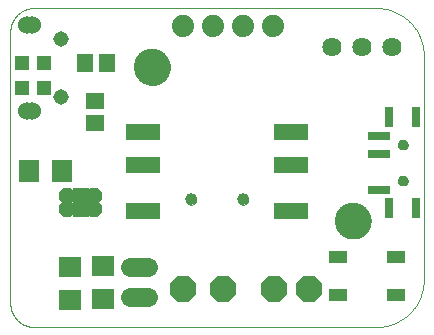
<source format=gts>
G75*
%MOIN*%
%OFA0B0*%
%FSLAX25Y25*%
%IPPOS*%
%LPD*%
%AMOC8*
5,1,8,0,0,1.08239X$1,22.5*
%
%ADD10C,0.00000*%
%ADD11C,0.12211*%
%ADD12R,0.07487X0.06699*%
%ADD13R,0.06699X0.07487*%
%ADD14C,0.06400*%
%ADD15R,0.06306X0.03943*%
%ADD16R,0.05124X0.05124*%
%ADD17OC8,0.08900*%
%ADD18C,0.06400*%
%ADD19R,0.06306X0.05518*%
%ADD20R,0.05518X0.06306*%
%ADD21R,0.07487X0.03156*%
%ADD22R,0.03156X0.07156*%
%ADD23R,0.03156X0.06762*%
%ADD24C,0.03600*%
%ADD25C,0.07400*%
%ADD26OC8,0.05550*%
%ADD27R,0.05550X0.05550*%
%ADD28R,0.11227X0.05518*%
%ADD29C,0.03943*%
%ADD30C,0.06000*%
%ADD31C,0.05156*%
D10*
X0025122Y0017048D02*
X0139295Y0017048D01*
X0139676Y0017053D01*
X0140056Y0017066D01*
X0140436Y0017089D01*
X0140815Y0017122D01*
X0141193Y0017163D01*
X0141570Y0017213D01*
X0141946Y0017273D01*
X0142321Y0017341D01*
X0142693Y0017419D01*
X0143064Y0017506D01*
X0143432Y0017601D01*
X0143798Y0017706D01*
X0144161Y0017819D01*
X0144522Y0017941D01*
X0144879Y0018071D01*
X0145233Y0018211D01*
X0145584Y0018358D01*
X0145931Y0018515D01*
X0146274Y0018679D01*
X0146613Y0018852D01*
X0146948Y0019033D01*
X0147279Y0019222D01*
X0147604Y0019419D01*
X0147925Y0019623D01*
X0148241Y0019836D01*
X0148551Y0020056D01*
X0148857Y0020283D01*
X0149156Y0020518D01*
X0149450Y0020760D01*
X0149738Y0021008D01*
X0150020Y0021264D01*
X0150295Y0021527D01*
X0150564Y0021796D01*
X0150827Y0022071D01*
X0151083Y0022353D01*
X0151331Y0022641D01*
X0151573Y0022935D01*
X0151808Y0023234D01*
X0152035Y0023540D01*
X0152255Y0023850D01*
X0152468Y0024166D01*
X0152672Y0024487D01*
X0152869Y0024812D01*
X0153058Y0025143D01*
X0153239Y0025478D01*
X0153412Y0025817D01*
X0153576Y0026160D01*
X0153733Y0026507D01*
X0153880Y0026858D01*
X0154020Y0027212D01*
X0154150Y0027569D01*
X0154272Y0027930D01*
X0154385Y0028293D01*
X0154490Y0028659D01*
X0154585Y0029027D01*
X0154672Y0029398D01*
X0154750Y0029770D01*
X0154818Y0030145D01*
X0154878Y0030521D01*
X0154928Y0030898D01*
X0154969Y0031276D01*
X0155002Y0031655D01*
X0155025Y0032035D01*
X0155038Y0032415D01*
X0155043Y0032796D01*
X0155043Y0107599D01*
X0155038Y0107980D01*
X0155025Y0108360D01*
X0155002Y0108740D01*
X0154969Y0109119D01*
X0154928Y0109497D01*
X0154878Y0109874D01*
X0154818Y0110250D01*
X0154750Y0110625D01*
X0154672Y0110997D01*
X0154585Y0111368D01*
X0154490Y0111736D01*
X0154385Y0112102D01*
X0154272Y0112465D01*
X0154150Y0112826D01*
X0154020Y0113183D01*
X0153880Y0113537D01*
X0153733Y0113888D01*
X0153576Y0114235D01*
X0153412Y0114578D01*
X0153239Y0114917D01*
X0153058Y0115252D01*
X0152869Y0115583D01*
X0152672Y0115908D01*
X0152468Y0116229D01*
X0152255Y0116545D01*
X0152035Y0116855D01*
X0151808Y0117161D01*
X0151573Y0117460D01*
X0151331Y0117754D01*
X0151083Y0118042D01*
X0150827Y0118324D01*
X0150564Y0118599D01*
X0150295Y0118868D01*
X0150020Y0119131D01*
X0149738Y0119387D01*
X0149450Y0119635D01*
X0149156Y0119877D01*
X0148857Y0120112D01*
X0148551Y0120339D01*
X0148241Y0120559D01*
X0147925Y0120772D01*
X0147604Y0120976D01*
X0147279Y0121173D01*
X0146948Y0121362D01*
X0146613Y0121543D01*
X0146274Y0121716D01*
X0145931Y0121880D01*
X0145584Y0122037D01*
X0145233Y0122184D01*
X0144879Y0122324D01*
X0144522Y0122454D01*
X0144161Y0122576D01*
X0143798Y0122689D01*
X0143432Y0122794D01*
X0143064Y0122889D01*
X0142693Y0122976D01*
X0142321Y0123054D01*
X0141946Y0123122D01*
X0141570Y0123182D01*
X0141193Y0123232D01*
X0140815Y0123273D01*
X0140436Y0123306D01*
X0140056Y0123329D01*
X0139676Y0123342D01*
X0139295Y0123347D01*
X0025122Y0123347D01*
X0024932Y0123345D01*
X0024742Y0123338D01*
X0024552Y0123326D01*
X0024362Y0123310D01*
X0024173Y0123290D01*
X0023984Y0123264D01*
X0023796Y0123235D01*
X0023609Y0123200D01*
X0023423Y0123161D01*
X0023238Y0123118D01*
X0023053Y0123070D01*
X0022870Y0123018D01*
X0022689Y0122962D01*
X0022509Y0122901D01*
X0022330Y0122835D01*
X0022153Y0122766D01*
X0021977Y0122692D01*
X0021804Y0122614D01*
X0021632Y0122531D01*
X0021463Y0122445D01*
X0021295Y0122355D01*
X0021130Y0122260D01*
X0020967Y0122162D01*
X0020807Y0122059D01*
X0020649Y0121953D01*
X0020494Y0121843D01*
X0020341Y0121730D01*
X0020191Y0121612D01*
X0020045Y0121491D01*
X0019901Y0121367D01*
X0019760Y0121239D01*
X0019622Y0121108D01*
X0019487Y0120973D01*
X0019356Y0120835D01*
X0019228Y0120694D01*
X0019104Y0120550D01*
X0018983Y0120404D01*
X0018865Y0120254D01*
X0018752Y0120101D01*
X0018642Y0119946D01*
X0018536Y0119788D01*
X0018433Y0119628D01*
X0018335Y0119465D01*
X0018240Y0119300D01*
X0018150Y0119132D01*
X0018064Y0118963D01*
X0017981Y0118791D01*
X0017903Y0118618D01*
X0017829Y0118442D01*
X0017760Y0118265D01*
X0017694Y0118086D01*
X0017633Y0117906D01*
X0017577Y0117725D01*
X0017525Y0117542D01*
X0017477Y0117357D01*
X0017434Y0117172D01*
X0017395Y0116986D01*
X0017360Y0116799D01*
X0017331Y0116611D01*
X0017305Y0116422D01*
X0017285Y0116233D01*
X0017269Y0116043D01*
X0017257Y0115853D01*
X0017250Y0115663D01*
X0017248Y0115473D01*
X0017248Y0024922D01*
X0017250Y0024732D01*
X0017257Y0024542D01*
X0017269Y0024352D01*
X0017285Y0024162D01*
X0017305Y0023973D01*
X0017331Y0023784D01*
X0017360Y0023596D01*
X0017395Y0023409D01*
X0017434Y0023223D01*
X0017477Y0023038D01*
X0017525Y0022853D01*
X0017577Y0022670D01*
X0017633Y0022489D01*
X0017694Y0022309D01*
X0017760Y0022130D01*
X0017829Y0021953D01*
X0017903Y0021777D01*
X0017981Y0021604D01*
X0018064Y0021432D01*
X0018150Y0021263D01*
X0018240Y0021095D01*
X0018335Y0020930D01*
X0018433Y0020767D01*
X0018536Y0020607D01*
X0018642Y0020449D01*
X0018752Y0020294D01*
X0018865Y0020141D01*
X0018983Y0019991D01*
X0019104Y0019845D01*
X0019228Y0019701D01*
X0019356Y0019560D01*
X0019487Y0019422D01*
X0019622Y0019287D01*
X0019760Y0019156D01*
X0019901Y0019028D01*
X0020045Y0018904D01*
X0020191Y0018783D01*
X0020341Y0018665D01*
X0020494Y0018552D01*
X0020649Y0018442D01*
X0020807Y0018336D01*
X0020967Y0018233D01*
X0021130Y0018135D01*
X0021295Y0018040D01*
X0021463Y0017950D01*
X0021632Y0017864D01*
X0021804Y0017781D01*
X0021977Y0017703D01*
X0022153Y0017629D01*
X0022330Y0017560D01*
X0022509Y0017494D01*
X0022689Y0017433D01*
X0022870Y0017377D01*
X0023053Y0017325D01*
X0023238Y0017277D01*
X0023423Y0017234D01*
X0023609Y0017195D01*
X0023796Y0017160D01*
X0023984Y0017131D01*
X0024173Y0017105D01*
X0024362Y0017085D01*
X0024552Y0017069D01*
X0024742Y0017057D01*
X0024932Y0017050D01*
X0025122Y0017048D01*
X0075712Y0059585D02*
X0075714Y0059669D01*
X0075720Y0059752D01*
X0075730Y0059835D01*
X0075744Y0059918D01*
X0075761Y0060000D01*
X0075783Y0060081D01*
X0075808Y0060160D01*
X0075837Y0060239D01*
X0075870Y0060316D01*
X0075906Y0060391D01*
X0075946Y0060465D01*
X0075989Y0060537D01*
X0076036Y0060606D01*
X0076086Y0060673D01*
X0076139Y0060738D01*
X0076195Y0060800D01*
X0076253Y0060860D01*
X0076315Y0060917D01*
X0076379Y0060970D01*
X0076446Y0061021D01*
X0076515Y0061068D01*
X0076586Y0061113D01*
X0076659Y0061153D01*
X0076734Y0061190D01*
X0076811Y0061224D01*
X0076889Y0061254D01*
X0076968Y0061280D01*
X0077049Y0061303D01*
X0077131Y0061321D01*
X0077213Y0061336D01*
X0077296Y0061347D01*
X0077379Y0061354D01*
X0077463Y0061357D01*
X0077547Y0061356D01*
X0077630Y0061351D01*
X0077714Y0061342D01*
X0077796Y0061329D01*
X0077878Y0061313D01*
X0077959Y0061292D01*
X0078040Y0061268D01*
X0078118Y0061240D01*
X0078196Y0061208D01*
X0078272Y0061172D01*
X0078346Y0061133D01*
X0078418Y0061091D01*
X0078488Y0061045D01*
X0078556Y0060996D01*
X0078621Y0060944D01*
X0078684Y0060889D01*
X0078744Y0060831D01*
X0078802Y0060770D01*
X0078856Y0060706D01*
X0078908Y0060640D01*
X0078956Y0060572D01*
X0079001Y0060501D01*
X0079042Y0060428D01*
X0079081Y0060354D01*
X0079115Y0060278D01*
X0079146Y0060200D01*
X0079173Y0060121D01*
X0079197Y0060040D01*
X0079216Y0059959D01*
X0079232Y0059877D01*
X0079244Y0059794D01*
X0079252Y0059710D01*
X0079256Y0059627D01*
X0079256Y0059543D01*
X0079252Y0059460D01*
X0079244Y0059376D01*
X0079232Y0059293D01*
X0079216Y0059211D01*
X0079197Y0059130D01*
X0079173Y0059049D01*
X0079146Y0058970D01*
X0079115Y0058892D01*
X0079081Y0058816D01*
X0079042Y0058742D01*
X0079001Y0058669D01*
X0078956Y0058598D01*
X0078908Y0058530D01*
X0078856Y0058464D01*
X0078802Y0058400D01*
X0078744Y0058339D01*
X0078684Y0058281D01*
X0078621Y0058226D01*
X0078556Y0058174D01*
X0078488Y0058125D01*
X0078418Y0058079D01*
X0078346Y0058037D01*
X0078272Y0057998D01*
X0078196Y0057962D01*
X0078118Y0057930D01*
X0078040Y0057902D01*
X0077959Y0057878D01*
X0077878Y0057857D01*
X0077796Y0057841D01*
X0077714Y0057828D01*
X0077630Y0057819D01*
X0077547Y0057814D01*
X0077463Y0057813D01*
X0077379Y0057816D01*
X0077296Y0057823D01*
X0077213Y0057834D01*
X0077131Y0057849D01*
X0077049Y0057867D01*
X0076968Y0057890D01*
X0076889Y0057916D01*
X0076811Y0057946D01*
X0076734Y0057980D01*
X0076659Y0058017D01*
X0076586Y0058057D01*
X0076515Y0058102D01*
X0076446Y0058149D01*
X0076379Y0058200D01*
X0076315Y0058253D01*
X0076253Y0058310D01*
X0076195Y0058370D01*
X0076139Y0058432D01*
X0076086Y0058497D01*
X0076036Y0058564D01*
X0075989Y0058633D01*
X0075946Y0058705D01*
X0075906Y0058779D01*
X0075870Y0058854D01*
X0075837Y0058931D01*
X0075808Y0059010D01*
X0075783Y0059089D01*
X0075761Y0059170D01*
X0075744Y0059252D01*
X0075730Y0059335D01*
X0075720Y0059418D01*
X0075714Y0059501D01*
X0075712Y0059585D01*
X0093035Y0059587D02*
X0093037Y0059671D01*
X0093043Y0059754D01*
X0093053Y0059837D01*
X0093067Y0059920D01*
X0093084Y0060002D01*
X0093106Y0060083D01*
X0093131Y0060162D01*
X0093160Y0060241D01*
X0093193Y0060318D01*
X0093229Y0060393D01*
X0093269Y0060467D01*
X0093312Y0060539D01*
X0093359Y0060608D01*
X0093409Y0060675D01*
X0093462Y0060740D01*
X0093518Y0060802D01*
X0093576Y0060862D01*
X0093638Y0060919D01*
X0093702Y0060972D01*
X0093769Y0061023D01*
X0093838Y0061070D01*
X0093909Y0061115D01*
X0093982Y0061155D01*
X0094057Y0061192D01*
X0094134Y0061226D01*
X0094212Y0061256D01*
X0094291Y0061282D01*
X0094372Y0061305D01*
X0094454Y0061323D01*
X0094536Y0061338D01*
X0094619Y0061349D01*
X0094702Y0061356D01*
X0094786Y0061359D01*
X0094870Y0061358D01*
X0094953Y0061353D01*
X0095037Y0061344D01*
X0095119Y0061331D01*
X0095201Y0061315D01*
X0095282Y0061294D01*
X0095363Y0061270D01*
X0095441Y0061242D01*
X0095519Y0061210D01*
X0095595Y0061174D01*
X0095669Y0061135D01*
X0095741Y0061093D01*
X0095811Y0061047D01*
X0095879Y0060998D01*
X0095944Y0060946D01*
X0096007Y0060891D01*
X0096067Y0060833D01*
X0096125Y0060772D01*
X0096179Y0060708D01*
X0096231Y0060642D01*
X0096279Y0060574D01*
X0096324Y0060503D01*
X0096365Y0060430D01*
X0096404Y0060356D01*
X0096438Y0060280D01*
X0096469Y0060202D01*
X0096496Y0060123D01*
X0096520Y0060042D01*
X0096539Y0059961D01*
X0096555Y0059879D01*
X0096567Y0059796D01*
X0096575Y0059712D01*
X0096579Y0059629D01*
X0096579Y0059545D01*
X0096575Y0059462D01*
X0096567Y0059378D01*
X0096555Y0059295D01*
X0096539Y0059213D01*
X0096520Y0059132D01*
X0096496Y0059051D01*
X0096469Y0058972D01*
X0096438Y0058894D01*
X0096404Y0058818D01*
X0096365Y0058744D01*
X0096324Y0058671D01*
X0096279Y0058600D01*
X0096231Y0058532D01*
X0096179Y0058466D01*
X0096125Y0058402D01*
X0096067Y0058341D01*
X0096007Y0058283D01*
X0095944Y0058228D01*
X0095879Y0058176D01*
X0095811Y0058127D01*
X0095741Y0058081D01*
X0095669Y0058039D01*
X0095595Y0058000D01*
X0095519Y0057964D01*
X0095441Y0057932D01*
X0095363Y0057904D01*
X0095282Y0057880D01*
X0095201Y0057859D01*
X0095119Y0057843D01*
X0095037Y0057830D01*
X0094953Y0057821D01*
X0094870Y0057816D01*
X0094786Y0057815D01*
X0094702Y0057818D01*
X0094619Y0057825D01*
X0094536Y0057836D01*
X0094454Y0057851D01*
X0094372Y0057869D01*
X0094291Y0057892D01*
X0094212Y0057918D01*
X0094134Y0057948D01*
X0094057Y0057982D01*
X0093982Y0058019D01*
X0093909Y0058059D01*
X0093838Y0058104D01*
X0093769Y0058151D01*
X0093702Y0058202D01*
X0093638Y0058255D01*
X0093576Y0058312D01*
X0093518Y0058372D01*
X0093462Y0058434D01*
X0093409Y0058499D01*
X0093359Y0058566D01*
X0093312Y0058635D01*
X0093269Y0058707D01*
X0093229Y0058781D01*
X0093193Y0058856D01*
X0093160Y0058933D01*
X0093131Y0059012D01*
X0093106Y0059091D01*
X0093084Y0059172D01*
X0093067Y0059254D01*
X0093053Y0059337D01*
X0093043Y0059420D01*
X0093037Y0059503D01*
X0093035Y0059587D01*
X0125515Y0052481D02*
X0125517Y0052634D01*
X0125523Y0052788D01*
X0125533Y0052941D01*
X0125547Y0053093D01*
X0125565Y0053246D01*
X0125587Y0053397D01*
X0125612Y0053548D01*
X0125642Y0053699D01*
X0125676Y0053849D01*
X0125713Y0053997D01*
X0125754Y0054145D01*
X0125799Y0054291D01*
X0125848Y0054437D01*
X0125901Y0054581D01*
X0125957Y0054723D01*
X0126017Y0054864D01*
X0126081Y0055004D01*
X0126148Y0055142D01*
X0126219Y0055278D01*
X0126294Y0055412D01*
X0126371Y0055544D01*
X0126453Y0055674D01*
X0126537Y0055802D01*
X0126625Y0055928D01*
X0126716Y0056051D01*
X0126810Y0056172D01*
X0126908Y0056290D01*
X0127008Y0056406D01*
X0127112Y0056519D01*
X0127218Y0056630D01*
X0127327Y0056738D01*
X0127439Y0056843D01*
X0127553Y0056944D01*
X0127671Y0057043D01*
X0127790Y0057139D01*
X0127912Y0057232D01*
X0128037Y0057321D01*
X0128164Y0057408D01*
X0128293Y0057490D01*
X0128424Y0057570D01*
X0128557Y0057646D01*
X0128692Y0057719D01*
X0128829Y0057788D01*
X0128968Y0057853D01*
X0129108Y0057915D01*
X0129250Y0057973D01*
X0129393Y0058028D01*
X0129538Y0058079D01*
X0129684Y0058126D01*
X0129831Y0058169D01*
X0129979Y0058208D01*
X0130128Y0058244D01*
X0130278Y0058275D01*
X0130429Y0058303D01*
X0130580Y0058327D01*
X0130733Y0058347D01*
X0130885Y0058363D01*
X0131038Y0058375D01*
X0131191Y0058383D01*
X0131344Y0058387D01*
X0131498Y0058387D01*
X0131651Y0058383D01*
X0131804Y0058375D01*
X0131957Y0058363D01*
X0132109Y0058347D01*
X0132262Y0058327D01*
X0132413Y0058303D01*
X0132564Y0058275D01*
X0132714Y0058244D01*
X0132863Y0058208D01*
X0133011Y0058169D01*
X0133158Y0058126D01*
X0133304Y0058079D01*
X0133449Y0058028D01*
X0133592Y0057973D01*
X0133734Y0057915D01*
X0133874Y0057853D01*
X0134013Y0057788D01*
X0134150Y0057719D01*
X0134285Y0057646D01*
X0134418Y0057570D01*
X0134549Y0057490D01*
X0134678Y0057408D01*
X0134805Y0057321D01*
X0134930Y0057232D01*
X0135052Y0057139D01*
X0135171Y0057043D01*
X0135289Y0056944D01*
X0135403Y0056843D01*
X0135515Y0056738D01*
X0135624Y0056630D01*
X0135730Y0056519D01*
X0135834Y0056406D01*
X0135934Y0056290D01*
X0136032Y0056172D01*
X0136126Y0056051D01*
X0136217Y0055928D01*
X0136305Y0055802D01*
X0136389Y0055674D01*
X0136471Y0055544D01*
X0136548Y0055412D01*
X0136623Y0055278D01*
X0136694Y0055142D01*
X0136761Y0055004D01*
X0136825Y0054864D01*
X0136885Y0054723D01*
X0136941Y0054581D01*
X0136994Y0054437D01*
X0137043Y0054291D01*
X0137088Y0054145D01*
X0137129Y0053997D01*
X0137166Y0053849D01*
X0137200Y0053699D01*
X0137230Y0053548D01*
X0137255Y0053397D01*
X0137277Y0053246D01*
X0137295Y0053093D01*
X0137309Y0052941D01*
X0137319Y0052788D01*
X0137325Y0052634D01*
X0137327Y0052481D01*
X0137325Y0052328D01*
X0137319Y0052174D01*
X0137309Y0052021D01*
X0137295Y0051869D01*
X0137277Y0051716D01*
X0137255Y0051565D01*
X0137230Y0051414D01*
X0137200Y0051263D01*
X0137166Y0051113D01*
X0137129Y0050965D01*
X0137088Y0050817D01*
X0137043Y0050671D01*
X0136994Y0050525D01*
X0136941Y0050381D01*
X0136885Y0050239D01*
X0136825Y0050098D01*
X0136761Y0049958D01*
X0136694Y0049820D01*
X0136623Y0049684D01*
X0136548Y0049550D01*
X0136471Y0049418D01*
X0136389Y0049288D01*
X0136305Y0049160D01*
X0136217Y0049034D01*
X0136126Y0048911D01*
X0136032Y0048790D01*
X0135934Y0048672D01*
X0135834Y0048556D01*
X0135730Y0048443D01*
X0135624Y0048332D01*
X0135515Y0048224D01*
X0135403Y0048119D01*
X0135289Y0048018D01*
X0135171Y0047919D01*
X0135052Y0047823D01*
X0134930Y0047730D01*
X0134805Y0047641D01*
X0134678Y0047554D01*
X0134549Y0047472D01*
X0134418Y0047392D01*
X0134285Y0047316D01*
X0134150Y0047243D01*
X0134013Y0047174D01*
X0133874Y0047109D01*
X0133734Y0047047D01*
X0133592Y0046989D01*
X0133449Y0046934D01*
X0133304Y0046883D01*
X0133158Y0046836D01*
X0133011Y0046793D01*
X0132863Y0046754D01*
X0132714Y0046718D01*
X0132564Y0046687D01*
X0132413Y0046659D01*
X0132262Y0046635D01*
X0132109Y0046615D01*
X0131957Y0046599D01*
X0131804Y0046587D01*
X0131651Y0046579D01*
X0131498Y0046575D01*
X0131344Y0046575D01*
X0131191Y0046579D01*
X0131038Y0046587D01*
X0130885Y0046599D01*
X0130733Y0046615D01*
X0130580Y0046635D01*
X0130429Y0046659D01*
X0130278Y0046687D01*
X0130128Y0046718D01*
X0129979Y0046754D01*
X0129831Y0046793D01*
X0129684Y0046836D01*
X0129538Y0046883D01*
X0129393Y0046934D01*
X0129250Y0046989D01*
X0129108Y0047047D01*
X0128968Y0047109D01*
X0128829Y0047174D01*
X0128692Y0047243D01*
X0128557Y0047316D01*
X0128424Y0047392D01*
X0128293Y0047472D01*
X0128164Y0047554D01*
X0128037Y0047641D01*
X0127912Y0047730D01*
X0127790Y0047823D01*
X0127671Y0047919D01*
X0127553Y0048018D01*
X0127439Y0048119D01*
X0127327Y0048224D01*
X0127218Y0048332D01*
X0127112Y0048443D01*
X0127008Y0048556D01*
X0126908Y0048672D01*
X0126810Y0048790D01*
X0126716Y0048911D01*
X0126625Y0049034D01*
X0126537Y0049160D01*
X0126453Y0049288D01*
X0126371Y0049418D01*
X0126294Y0049550D01*
X0126219Y0049684D01*
X0126148Y0049820D01*
X0126081Y0049958D01*
X0126017Y0050098D01*
X0125957Y0050239D01*
X0125901Y0050381D01*
X0125848Y0050525D01*
X0125799Y0050671D01*
X0125754Y0050817D01*
X0125713Y0050965D01*
X0125676Y0051113D01*
X0125642Y0051263D01*
X0125612Y0051414D01*
X0125587Y0051565D01*
X0125565Y0051716D01*
X0125547Y0051869D01*
X0125533Y0052021D01*
X0125523Y0052174D01*
X0125517Y0052328D01*
X0125515Y0052481D01*
X0146475Y0065851D02*
X0146477Y0065931D01*
X0146483Y0066010D01*
X0146493Y0066089D01*
X0146507Y0066168D01*
X0146524Y0066246D01*
X0146546Y0066323D01*
X0146571Y0066398D01*
X0146601Y0066472D01*
X0146633Y0066545D01*
X0146670Y0066616D01*
X0146710Y0066685D01*
X0146753Y0066752D01*
X0146800Y0066817D01*
X0146849Y0066879D01*
X0146902Y0066939D01*
X0146958Y0066996D01*
X0147016Y0067051D01*
X0147077Y0067102D01*
X0147141Y0067150D01*
X0147207Y0067195D01*
X0147275Y0067237D01*
X0147345Y0067275D01*
X0147417Y0067309D01*
X0147490Y0067340D01*
X0147565Y0067368D01*
X0147642Y0067391D01*
X0147719Y0067411D01*
X0147797Y0067427D01*
X0147876Y0067439D01*
X0147955Y0067447D01*
X0148035Y0067451D01*
X0148115Y0067451D01*
X0148195Y0067447D01*
X0148274Y0067439D01*
X0148353Y0067427D01*
X0148431Y0067411D01*
X0148508Y0067391D01*
X0148585Y0067368D01*
X0148660Y0067340D01*
X0148733Y0067309D01*
X0148805Y0067275D01*
X0148875Y0067237D01*
X0148943Y0067195D01*
X0149009Y0067150D01*
X0149073Y0067102D01*
X0149134Y0067051D01*
X0149192Y0066996D01*
X0149248Y0066939D01*
X0149301Y0066879D01*
X0149350Y0066817D01*
X0149397Y0066752D01*
X0149440Y0066685D01*
X0149480Y0066616D01*
X0149517Y0066545D01*
X0149549Y0066472D01*
X0149579Y0066398D01*
X0149604Y0066323D01*
X0149626Y0066246D01*
X0149643Y0066168D01*
X0149657Y0066089D01*
X0149667Y0066010D01*
X0149673Y0065931D01*
X0149675Y0065851D01*
X0149673Y0065771D01*
X0149667Y0065692D01*
X0149657Y0065613D01*
X0149643Y0065534D01*
X0149626Y0065456D01*
X0149604Y0065379D01*
X0149579Y0065304D01*
X0149549Y0065230D01*
X0149517Y0065157D01*
X0149480Y0065086D01*
X0149440Y0065017D01*
X0149397Y0064950D01*
X0149350Y0064885D01*
X0149301Y0064823D01*
X0149248Y0064763D01*
X0149192Y0064706D01*
X0149134Y0064651D01*
X0149073Y0064600D01*
X0149009Y0064552D01*
X0148943Y0064507D01*
X0148875Y0064465D01*
X0148805Y0064427D01*
X0148733Y0064393D01*
X0148660Y0064362D01*
X0148585Y0064334D01*
X0148508Y0064311D01*
X0148431Y0064291D01*
X0148353Y0064275D01*
X0148274Y0064263D01*
X0148195Y0064255D01*
X0148115Y0064251D01*
X0148035Y0064251D01*
X0147955Y0064255D01*
X0147876Y0064263D01*
X0147797Y0064275D01*
X0147719Y0064291D01*
X0147642Y0064311D01*
X0147565Y0064334D01*
X0147490Y0064362D01*
X0147417Y0064393D01*
X0147345Y0064427D01*
X0147275Y0064465D01*
X0147207Y0064507D01*
X0147141Y0064552D01*
X0147077Y0064600D01*
X0147016Y0064651D01*
X0146958Y0064706D01*
X0146902Y0064763D01*
X0146849Y0064823D01*
X0146800Y0064885D01*
X0146753Y0064950D01*
X0146710Y0065017D01*
X0146670Y0065086D01*
X0146633Y0065157D01*
X0146601Y0065230D01*
X0146571Y0065304D01*
X0146546Y0065379D01*
X0146524Y0065456D01*
X0146507Y0065534D01*
X0146493Y0065613D01*
X0146483Y0065692D01*
X0146477Y0065771D01*
X0146475Y0065851D01*
X0146475Y0077851D02*
X0146477Y0077931D01*
X0146483Y0078010D01*
X0146493Y0078089D01*
X0146507Y0078168D01*
X0146524Y0078246D01*
X0146546Y0078323D01*
X0146571Y0078398D01*
X0146601Y0078472D01*
X0146633Y0078545D01*
X0146670Y0078616D01*
X0146710Y0078685D01*
X0146753Y0078752D01*
X0146800Y0078817D01*
X0146849Y0078879D01*
X0146902Y0078939D01*
X0146958Y0078996D01*
X0147016Y0079051D01*
X0147077Y0079102D01*
X0147141Y0079150D01*
X0147207Y0079195D01*
X0147275Y0079237D01*
X0147345Y0079275D01*
X0147417Y0079309D01*
X0147490Y0079340D01*
X0147565Y0079368D01*
X0147642Y0079391D01*
X0147719Y0079411D01*
X0147797Y0079427D01*
X0147876Y0079439D01*
X0147955Y0079447D01*
X0148035Y0079451D01*
X0148115Y0079451D01*
X0148195Y0079447D01*
X0148274Y0079439D01*
X0148353Y0079427D01*
X0148431Y0079411D01*
X0148508Y0079391D01*
X0148585Y0079368D01*
X0148660Y0079340D01*
X0148733Y0079309D01*
X0148805Y0079275D01*
X0148875Y0079237D01*
X0148943Y0079195D01*
X0149009Y0079150D01*
X0149073Y0079102D01*
X0149134Y0079051D01*
X0149192Y0078996D01*
X0149248Y0078939D01*
X0149301Y0078879D01*
X0149350Y0078817D01*
X0149397Y0078752D01*
X0149440Y0078685D01*
X0149480Y0078616D01*
X0149517Y0078545D01*
X0149549Y0078472D01*
X0149579Y0078398D01*
X0149604Y0078323D01*
X0149626Y0078246D01*
X0149643Y0078168D01*
X0149657Y0078089D01*
X0149667Y0078010D01*
X0149673Y0077931D01*
X0149675Y0077851D01*
X0149673Y0077771D01*
X0149667Y0077692D01*
X0149657Y0077613D01*
X0149643Y0077534D01*
X0149626Y0077456D01*
X0149604Y0077379D01*
X0149579Y0077304D01*
X0149549Y0077230D01*
X0149517Y0077157D01*
X0149480Y0077086D01*
X0149440Y0077017D01*
X0149397Y0076950D01*
X0149350Y0076885D01*
X0149301Y0076823D01*
X0149248Y0076763D01*
X0149192Y0076706D01*
X0149134Y0076651D01*
X0149073Y0076600D01*
X0149009Y0076552D01*
X0148943Y0076507D01*
X0148875Y0076465D01*
X0148805Y0076427D01*
X0148733Y0076393D01*
X0148660Y0076362D01*
X0148585Y0076334D01*
X0148508Y0076311D01*
X0148431Y0076291D01*
X0148353Y0076275D01*
X0148274Y0076263D01*
X0148195Y0076255D01*
X0148115Y0076251D01*
X0148035Y0076251D01*
X0147955Y0076255D01*
X0147876Y0076263D01*
X0147797Y0076275D01*
X0147719Y0076291D01*
X0147642Y0076311D01*
X0147565Y0076334D01*
X0147490Y0076362D01*
X0147417Y0076393D01*
X0147345Y0076427D01*
X0147275Y0076465D01*
X0147207Y0076507D01*
X0147141Y0076552D01*
X0147077Y0076600D01*
X0147016Y0076651D01*
X0146958Y0076706D01*
X0146902Y0076763D01*
X0146849Y0076823D01*
X0146800Y0076885D01*
X0146753Y0076950D01*
X0146710Y0077017D01*
X0146670Y0077086D01*
X0146633Y0077157D01*
X0146601Y0077230D01*
X0146571Y0077304D01*
X0146546Y0077379D01*
X0146524Y0077456D01*
X0146507Y0077534D01*
X0146493Y0077613D01*
X0146483Y0077692D01*
X0146477Y0077771D01*
X0146475Y0077851D01*
X0058586Y0103662D02*
X0058588Y0103815D01*
X0058594Y0103969D01*
X0058604Y0104122D01*
X0058618Y0104274D01*
X0058636Y0104427D01*
X0058658Y0104578D01*
X0058683Y0104729D01*
X0058713Y0104880D01*
X0058747Y0105030D01*
X0058784Y0105178D01*
X0058825Y0105326D01*
X0058870Y0105472D01*
X0058919Y0105618D01*
X0058972Y0105762D01*
X0059028Y0105904D01*
X0059088Y0106045D01*
X0059152Y0106185D01*
X0059219Y0106323D01*
X0059290Y0106459D01*
X0059365Y0106593D01*
X0059442Y0106725D01*
X0059524Y0106855D01*
X0059608Y0106983D01*
X0059696Y0107109D01*
X0059787Y0107232D01*
X0059881Y0107353D01*
X0059979Y0107471D01*
X0060079Y0107587D01*
X0060183Y0107700D01*
X0060289Y0107811D01*
X0060398Y0107919D01*
X0060510Y0108024D01*
X0060624Y0108125D01*
X0060742Y0108224D01*
X0060861Y0108320D01*
X0060983Y0108413D01*
X0061108Y0108502D01*
X0061235Y0108589D01*
X0061364Y0108671D01*
X0061495Y0108751D01*
X0061628Y0108827D01*
X0061763Y0108900D01*
X0061900Y0108969D01*
X0062039Y0109034D01*
X0062179Y0109096D01*
X0062321Y0109154D01*
X0062464Y0109209D01*
X0062609Y0109260D01*
X0062755Y0109307D01*
X0062902Y0109350D01*
X0063050Y0109389D01*
X0063199Y0109425D01*
X0063349Y0109456D01*
X0063500Y0109484D01*
X0063651Y0109508D01*
X0063804Y0109528D01*
X0063956Y0109544D01*
X0064109Y0109556D01*
X0064262Y0109564D01*
X0064415Y0109568D01*
X0064569Y0109568D01*
X0064722Y0109564D01*
X0064875Y0109556D01*
X0065028Y0109544D01*
X0065180Y0109528D01*
X0065333Y0109508D01*
X0065484Y0109484D01*
X0065635Y0109456D01*
X0065785Y0109425D01*
X0065934Y0109389D01*
X0066082Y0109350D01*
X0066229Y0109307D01*
X0066375Y0109260D01*
X0066520Y0109209D01*
X0066663Y0109154D01*
X0066805Y0109096D01*
X0066945Y0109034D01*
X0067084Y0108969D01*
X0067221Y0108900D01*
X0067356Y0108827D01*
X0067489Y0108751D01*
X0067620Y0108671D01*
X0067749Y0108589D01*
X0067876Y0108502D01*
X0068001Y0108413D01*
X0068123Y0108320D01*
X0068242Y0108224D01*
X0068360Y0108125D01*
X0068474Y0108024D01*
X0068586Y0107919D01*
X0068695Y0107811D01*
X0068801Y0107700D01*
X0068905Y0107587D01*
X0069005Y0107471D01*
X0069103Y0107353D01*
X0069197Y0107232D01*
X0069288Y0107109D01*
X0069376Y0106983D01*
X0069460Y0106855D01*
X0069542Y0106725D01*
X0069619Y0106593D01*
X0069694Y0106459D01*
X0069765Y0106323D01*
X0069832Y0106185D01*
X0069896Y0106045D01*
X0069956Y0105904D01*
X0070012Y0105762D01*
X0070065Y0105618D01*
X0070114Y0105472D01*
X0070159Y0105326D01*
X0070200Y0105178D01*
X0070237Y0105030D01*
X0070271Y0104880D01*
X0070301Y0104729D01*
X0070326Y0104578D01*
X0070348Y0104427D01*
X0070366Y0104274D01*
X0070380Y0104122D01*
X0070390Y0103969D01*
X0070396Y0103815D01*
X0070398Y0103662D01*
X0070396Y0103509D01*
X0070390Y0103355D01*
X0070380Y0103202D01*
X0070366Y0103050D01*
X0070348Y0102897D01*
X0070326Y0102746D01*
X0070301Y0102595D01*
X0070271Y0102444D01*
X0070237Y0102294D01*
X0070200Y0102146D01*
X0070159Y0101998D01*
X0070114Y0101852D01*
X0070065Y0101706D01*
X0070012Y0101562D01*
X0069956Y0101420D01*
X0069896Y0101279D01*
X0069832Y0101139D01*
X0069765Y0101001D01*
X0069694Y0100865D01*
X0069619Y0100731D01*
X0069542Y0100599D01*
X0069460Y0100469D01*
X0069376Y0100341D01*
X0069288Y0100215D01*
X0069197Y0100092D01*
X0069103Y0099971D01*
X0069005Y0099853D01*
X0068905Y0099737D01*
X0068801Y0099624D01*
X0068695Y0099513D01*
X0068586Y0099405D01*
X0068474Y0099300D01*
X0068360Y0099199D01*
X0068242Y0099100D01*
X0068123Y0099004D01*
X0068001Y0098911D01*
X0067876Y0098822D01*
X0067749Y0098735D01*
X0067620Y0098653D01*
X0067489Y0098573D01*
X0067356Y0098497D01*
X0067221Y0098424D01*
X0067084Y0098355D01*
X0066945Y0098290D01*
X0066805Y0098228D01*
X0066663Y0098170D01*
X0066520Y0098115D01*
X0066375Y0098064D01*
X0066229Y0098017D01*
X0066082Y0097974D01*
X0065934Y0097935D01*
X0065785Y0097899D01*
X0065635Y0097868D01*
X0065484Y0097840D01*
X0065333Y0097816D01*
X0065180Y0097796D01*
X0065028Y0097780D01*
X0064875Y0097768D01*
X0064722Y0097760D01*
X0064569Y0097756D01*
X0064415Y0097756D01*
X0064262Y0097760D01*
X0064109Y0097768D01*
X0063956Y0097780D01*
X0063804Y0097796D01*
X0063651Y0097816D01*
X0063500Y0097840D01*
X0063349Y0097868D01*
X0063199Y0097899D01*
X0063050Y0097935D01*
X0062902Y0097974D01*
X0062755Y0098017D01*
X0062609Y0098064D01*
X0062464Y0098115D01*
X0062321Y0098170D01*
X0062179Y0098228D01*
X0062039Y0098290D01*
X0061900Y0098355D01*
X0061763Y0098424D01*
X0061628Y0098497D01*
X0061495Y0098573D01*
X0061364Y0098653D01*
X0061235Y0098735D01*
X0061108Y0098822D01*
X0060983Y0098911D01*
X0060861Y0099004D01*
X0060742Y0099100D01*
X0060624Y0099199D01*
X0060510Y0099300D01*
X0060398Y0099405D01*
X0060289Y0099513D01*
X0060183Y0099624D01*
X0060079Y0099737D01*
X0059979Y0099853D01*
X0059881Y0099971D01*
X0059787Y0100092D01*
X0059696Y0100215D01*
X0059608Y0100341D01*
X0059524Y0100469D01*
X0059442Y0100599D01*
X0059365Y0100731D01*
X0059290Y0100865D01*
X0059219Y0101001D01*
X0059152Y0101139D01*
X0059088Y0101279D01*
X0059028Y0101420D01*
X0058972Y0101562D01*
X0058919Y0101706D01*
X0058870Y0101852D01*
X0058825Y0101998D01*
X0058784Y0102146D01*
X0058747Y0102294D01*
X0058713Y0102444D01*
X0058683Y0102595D01*
X0058658Y0102746D01*
X0058636Y0102897D01*
X0058618Y0103050D01*
X0058604Y0103202D01*
X0058594Y0103355D01*
X0058588Y0103509D01*
X0058586Y0103662D01*
D11*
X0064492Y0103662D03*
X0131421Y0052481D03*
D12*
X0048075Y0037324D03*
X0037299Y0037016D03*
X0037299Y0025993D03*
X0048075Y0026300D03*
D13*
X0034374Y0069135D03*
X0023350Y0069135D03*
D14*
X0057122Y0036930D02*
X0063122Y0036930D01*
X0063122Y0026930D02*
X0057122Y0026930D01*
D15*
X0126382Y0027560D03*
X0126382Y0040552D03*
X0145673Y0040552D03*
X0145673Y0027560D03*
D16*
X0028350Y0096772D03*
X0021264Y0096772D03*
X0021264Y0105040D03*
X0028350Y0105040D03*
D17*
X0074846Y0029883D03*
X0088035Y0029883D03*
X0105161Y0029883D03*
X0116776Y0029883D03*
D18*
X0124492Y0110513D03*
X0134492Y0110513D03*
X0144492Y0110513D03*
D19*
X0045476Y0092442D03*
X0045476Y0084961D03*
D20*
X0042091Y0105158D03*
X0049571Y0105158D03*
D21*
X0140287Y0080851D03*
X0140287Y0074851D03*
X0140287Y0062851D03*
D22*
X0143547Y0056564D03*
X0152602Y0056564D03*
D23*
X0152602Y0087139D03*
X0143547Y0087139D03*
D24*
X0148075Y0077851D03*
X0148075Y0065851D03*
D25*
X0104925Y0117481D03*
X0094925Y0117481D03*
X0084925Y0117481D03*
X0074925Y0117481D03*
D26*
X0045268Y0060591D03*
X0045268Y0056261D03*
X0036000Y0056261D03*
X0036000Y0060591D03*
D27*
X0040634Y0060591D03*
X0040634Y0056261D03*
D28*
X0061539Y0055631D03*
X0061539Y0070985D03*
X0061539Y0082009D03*
X0110752Y0082009D03*
X0110752Y0070985D03*
X0110752Y0055631D03*
D29*
X0094807Y0059587D03*
X0077484Y0059585D03*
D30*
X0024531Y0089076D03*
X0022957Y0089056D03*
X0022957Y0117599D03*
X0024531Y0117619D03*
D31*
X0034177Y0112894D03*
X0034177Y0093780D03*
M02*

</source>
